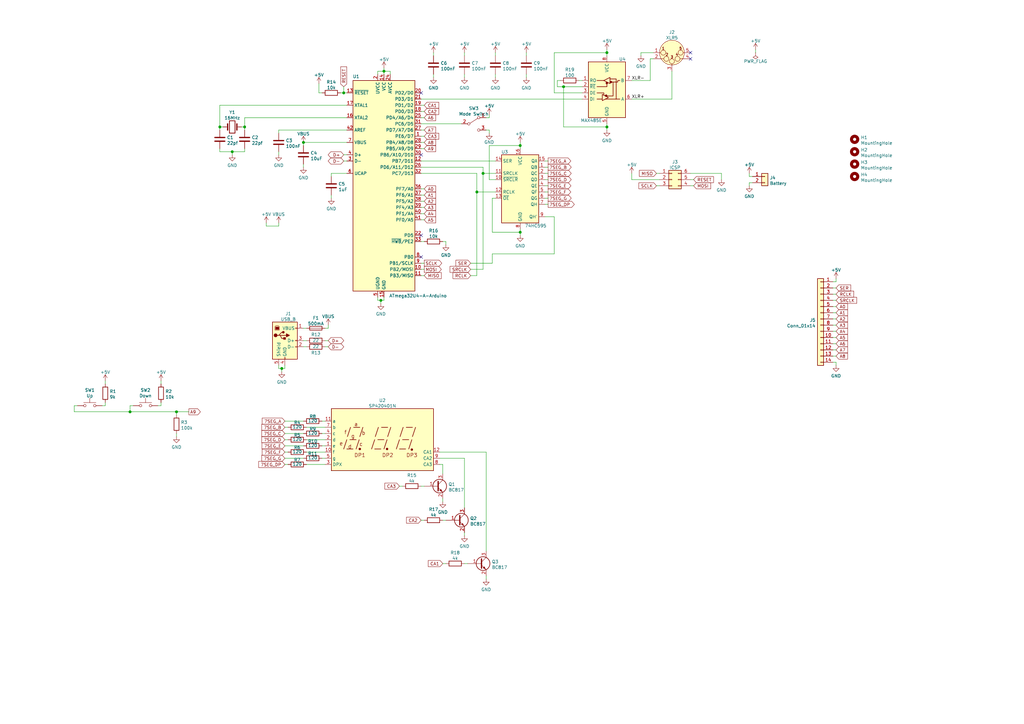
<source format=kicad_sch>
(kicad_sch (version 20210406) (generator eeschema)
  (paper "A3")
  (title_block (title "8 Channel DMX Controller Board 2") (rev "C") (comment 1 "Open source at GitHub: https://github.com/Gabriel-06/dmx-controller/") (comment 2 "Copyright 2021 Gabriel Csizmadia"))
  (junction (at 53.34 168.91) (diameter 1.016))
  (junction (at 72.39 168.91) (diameter 1.016))
  (junction (at 90.17 52.07) (diameter 1.016))
  (junction (at 95.25 62.23) (diameter 1.016))
  (junction (at 100.33 52.07) (diameter 1.016))
  (junction (at 115.57 151.13) (diameter 1.016))
  (junction (at 124.46 58.42) (diameter 1.016))
  (junction (at 140.97 38.1) (diameter 1.016))
  (junction (at 156.21 123.19) (diameter 1.016))
  (junction (at 157.48 29.21) (diameter 1.016))
  (junction (at 195.58 78.74) (diameter 1.016))
  (junction (at 198.12 71.12) (diameter 1.016))
  (junction (at 213.36 59.69) (diameter 1.016))
  (junction (at 213.36 95.25) (diameter 1.016))
  (junction (at 231.14 35.56) (diameter 1.016))
  (junction (at 248.92 21.59) (diameter 1.016))
  (junction (at 248.92 52.07) (diameter 1.016))
  (no_connect (at 172.72 38.1))
  (no_connect (at 172.72 63.5))
  (no_connect (at 172.72 96.52))
  (no_connect (at 172.72 105.41))
  (no_connect (at 283.21 21.59))
  (no_connect (at 283.21 24.13))
  (wire (pts (xy 30.48 166.37) (xy 30.48 168.91)))
  (wire (pts (xy 30.48 166.37) (xy 31.75 166.37)))
  (wire (pts (xy 30.48 168.91) (xy 53.34 168.91)))
  (wire (pts (xy 43.18 156.21) (xy 43.18 157.48)))
  (wire (pts (xy 43.18 165.1) (xy 43.18 166.37)))
  (wire (pts (xy 43.18 166.37) (xy 41.91 166.37)))
  (wire (pts (xy 53.34 166.37) (xy 53.34 168.91)))
  (wire (pts (xy 53.34 166.37) (xy 54.61 166.37)))
  (wire (pts (xy 53.34 168.91) (xy 72.39 168.91)))
  (wire (pts (xy 64.77 166.37) (xy 66.04 166.37)))
  (wire (pts (xy 66.04 156.21) (xy 66.04 157.48)))
  (wire (pts (xy 66.04 166.37) (xy 66.04 165.1)))
  (wire (pts (xy 72.39 168.91) (xy 72.39 170.18)))
  (wire (pts (xy 72.39 168.91) (xy 77.47 168.91)))
  (wire (pts (xy 72.39 177.8) (xy 72.39 179.07)))
  (wire (pts (xy 90.17 43.18) (xy 90.17 52.07)))
  (wire (pts (xy 90.17 43.18) (xy 142.24 43.18)))
  (wire (pts (xy 90.17 52.07) (xy 90.17 53.34)))
  (wire (pts (xy 90.17 60.96) (xy 90.17 62.23)))
  (wire (pts (xy 91.44 52.07) (xy 90.17 52.07)))
  (wire (pts (xy 95.25 62.23) (xy 90.17 62.23)))
  (wire (pts (xy 95.25 62.23) (xy 95.25 63.5)))
  (wire (pts (xy 99.06 52.07) (xy 100.33 52.07)))
  (wire (pts (xy 100.33 48.26) (xy 100.33 52.07)))
  (wire (pts (xy 100.33 48.26) (xy 142.24 48.26)))
  (wire (pts (xy 100.33 53.34) (xy 100.33 52.07)))
  (wire (pts (xy 100.33 60.96) (xy 100.33 62.23)))
  (wire (pts (xy 100.33 62.23) (xy 95.25 62.23)))
  (wire (pts (xy 109.22 91.44) (xy 109.22 92.71)))
  (wire (pts (xy 109.22 92.71) (xy 114.3 92.71)))
  (wire (pts (xy 114.3 53.34) (xy 142.24 53.34)))
  (wire (pts (xy 114.3 54.61) (xy 114.3 53.34)))
  (wire (pts (xy 114.3 62.23) (xy 114.3 63.5)))
  (wire (pts (xy 114.3 92.71) (xy 114.3 91.44)))
  (wire (pts (xy 114.3 149.86) (xy 114.3 151.13)))
  (wire (pts (xy 115.57 151.13) (xy 114.3 151.13)))
  (wire (pts (xy 115.57 151.13) (xy 115.57 152.4)))
  (wire (pts (xy 116.84 149.86) (xy 116.84 151.13)))
  (wire (pts (xy 116.84 151.13) (xy 115.57 151.13)))
  (wire (pts (xy 116.84 172.72) (xy 124.46 172.72)))
  (wire (pts (xy 116.84 175.26) (xy 118.11 175.26)))
  (wire (pts (xy 116.84 177.8) (xy 124.46 177.8)))
  (wire (pts (xy 116.84 180.34) (xy 118.11 180.34)))
  (wire (pts (xy 116.84 182.88) (xy 124.46 182.88)))
  (wire (pts (xy 116.84 185.42) (xy 118.11 185.42)))
  (wire (pts (xy 116.84 187.96) (xy 124.46 187.96)))
  (wire (pts (xy 116.84 190.5) (xy 118.11 190.5)))
  (wire (pts (xy 124.46 58.42) (xy 124.46 59.69)))
  (wire (pts (xy 124.46 67.31) (xy 124.46 68.58)))
  (wire (pts (xy 124.46 134.62) (xy 125.73 134.62)))
  (wire (pts (xy 124.46 139.7) (xy 125.73 139.7)))
  (wire (pts (xy 124.46 142.24) (xy 125.73 142.24)))
  (wire (pts (xy 125.73 175.26) (xy 133.35 175.26)))
  (wire (pts (xy 125.73 180.34) (xy 133.35 180.34)))
  (wire (pts (xy 125.73 185.42) (xy 133.35 185.42)))
  (wire (pts (xy 125.73 190.5) (xy 133.35 190.5)))
  (wire (pts (xy 130.81 38.1) (xy 130.81 34.29)))
  (wire (pts (xy 132.08 38.1) (xy 130.81 38.1)))
  (wire (pts (xy 132.08 172.72) (xy 133.35 172.72)))
  (wire (pts (xy 132.08 177.8) (xy 133.35 177.8)))
  (wire (pts (xy 132.08 182.88) (xy 133.35 182.88)))
  (wire (pts (xy 132.08 187.96) (xy 133.35 187.96)))
  (wire (pts (xy 133.35 134.62) (xy 134.62 134.62)))
  (wire (pts (xy 133.35 139.7) (xy 134.62 139.7)))
  (wire (pts (xy 133.35 142.24) (xy 134.62 142.24)))
  (wire (pts (xy 134.62 133.35) (xy 134.62 134.62)))
  (wire (pts (xy 135.89 71.12) (xy 142.24 71.12)))
  (wire (pts (xy 135.89 72.39) (xy 135.89 71.12)))
  (wire (pts (xy 135.89 80.01) (xy 135.89 81.28)))
  (wire (pts (xy 139.7 38.1) (xy 140.97 38.1)))
  (wire (pts (xy 140.97 35.56) (xy 140.97 38.1)))
  (wire (pts (xy 140.97 38.1) (xy 142.24 38.1)))
  (wire (pts (xy 140.97 63.5) (xy 142.24 63.5)))
  (wire (pts (xy 140.97 66.04) (xy 142.24 66.04)))
  (wire (pts (xy 142.24 58.42) (xy 124.46 58.42)))
  (wire (pts (xy 154.94 29.21) (xy 157.48 29.21)))
  (wire (pts (xy 154.94 30.48) (xy 154.94 29.21)))
  (wire (pts (xy 154.94 121.92) (xy 154.94 123.19)))
  (wire (pts (xy 154.94 123.19) (xy 156.21 123.19)))
  (wire (pts (xy 156.21 123.19) (xy 156.21 124.46)))
  (wire (pts (xy 156.21 123.19) (xy 157.48 123.19)))
  (wire (pts (xy 157.48 27.94) (xy 157.48 29.21)))
  (wire (pts (xy 157.48 29.21) (xy 157.48 30.48)))
  (wire (pts (xy 157.48 121.92) (xy 157.48 123.19)))
  (wire (pts (xy 160.02 29.21) (xy 157.48 29.21)))
  (wire (pts (xy 160.02 30.48) (xy 160.02 29.21)))
  (wire (pts (xy 163.83 199.39) (xy 165.1 199.39)))
  (wire (pts (xy 172.72 40.64) (xy 238.76 40.64)))
  (wire (pts (xy 172.72 43.18) (xy 173.99 43.18)))
  (wire (pts (xy 172.72 45.72) (xy 173.99 45.72)))
  (wire (pts (xy 172.72 48.26) (xy 173.99 48.26)))
  (wire (pts (xy 172.72 50.8) (xy 189.23 50.8)))
  (wire (pts (xy 172.72 53.34) (xy 173.99 53.34)))
  (wire (pts (xy 172.72 55.88) (xy 173.99 55.88)))
  (wire (pts (xy 172.72 58.42) (xy 173.99 58.42)))
  (wire (pts (xy 172.72 60.96) (xy 173.99 60.96)))
  (wire (pts (xy 172.72 66.04) (xy 203.2 66.04)))
  (wire (pts (xy 172.72 68.58) (xy 198.12 68.58)))
  (wire (pts (xy 172.72 71.12) (xy 195.58 71.12)))
  (wire (pts (xy 172.72 77.47) (xy 173.99 77.47)))
  (wire (pts (xy 172.72 80.01) (xy 173.99 80.01)))
  (wire (pts (xy 172.72 82.55) (xy 173.99 82.55)))
  (wire (pts (xy 172.72 85.09) (xy 173.99 85.09)))
  (wire (pts (xy 172.72 87.63) (xy 173.99 87.63)))
  (wire (pts (xy 172.72 90.17) (xy 173.99 90.17)))
  (wire (pts (xy 172.72 99.06) (xy 173.99 99.06)))
  (wire (pts (xy 172.72 107.95) (xy 173.99 107.95)))
  (wire (pts (xy 172.72 110.49) (xy 173.99 110.49)))
  (wire (pts (xy 172.72 113.03) (xy 173.99 113.03)))
  (wire (pts (xy 172.72 199.39) (xy 173.99 199.39)))
  (wire (pts (xy 172.72 213.36) (xy 173.99 213.36)))
  (wire (pts (xy 177.8 21.59) (xy 177.8 22.86)))
  (wire (pts (xy 177.8 30.48) (xy 177.8 31.75)))
  (wire (pts (xy 180.34 185.42) (xy 199.39 185.42)))
  (wire (pts (xy 181.61 190.5) (xy 180.34 190.5)))
  (wire (pts (xy 181.61 194.31) (xy 181.61 190.5)))
  (wire (pts (xy 181.61 204.47) (xy 181.61 205.74)))
  (wire (pts (xy 181.61 213.36) (xy 182.88 213.36)))
  (wire (pts (xy 181.61 231.14) (xy 182.88 231.14)))
  (wire (pts (xy 182.88 99.06) (xy 181.61 99.06)))
  (wire (pts (xy 182.88 100.33) (xy 182.88 99.06)))
  (wire (pts (xy 190.5 21.59) (xy 190.5 22.86)))
  (wire (pts (xy 190.5 30.48) (xy 190.5 31.75)))
  (wire (pts (xy 190.5 187.96) (xy 180.34 187.96)))
  (wire (pts (xy 190.5 187.96) (xy 190.5 208.28)))
  (wire (pts (xy 190.5 218.44) (xy 190.5 219.71)))
  (wire (pts (xy 190.5 231.14) (xy 191.77 231.14)))
  (wire (pts (xy 193.04 107.95) (xy 201.93 107.95)))
  (wire (pts (xy 193.04 110.49) (xy 198.12 110.49)))
  (wire (pts (xy 193.04 113.03) (xy 195.58 113.03)))
  (wire (pts (xy 195.58 71.12) (xy 195.58 78.74)))
  (wire (pts (xy 195.58 78.74) (xy 203.2 78.74)))
  (wire (pts (xy 195.58 113.03) (xy 195.58 78.74)))
  (wire (pts (xy 198.12 68.58) (xy 198.12 71.12)))
  (wire (pts (xy 198.12 71.12) (xy 203.2 71.12)))
  (wire (pts (xy 198.12 110.49) (xy 198.12 71.12)))
  (wire (pts (xy 199.39 48.26) (xy 200.66 48.26)))
  (wire (pts (xy 199.39 53.34) (xy 200.66 53.34)))
  (wire (pts (xy 199.39 185.42) (xy 199.39 226.06)))
  (wire (pts (xy 199.39 236.22) (xy 199.39 237.49)))
  (wire (pts (xy 200.66 46.99) (xy 200.66 48.26)))
  (wire (pts (xy 200.66 53.34) (xy 200.66 54.61)))
  (wire (pts (xy 200.66 59.69) (xy 213.36 59.69)))
  (wire (pts (xy 200.66 73.66) (xy 200.66 59.69)))
  (wire (pts (xy 200.66 73.66) (xy 203.2 73.66)))
  (wire (pts (xy 201.93 81.28) (xy 201.93 95.25)))
  (wire (pts (xy 201.93 95.25) (xy 213.36 95.25)))
  (wire (pts (xy 201.93 104.14) (xy 201.93 107.95)))
  (wire (pts (xy 203.2 21.59) (xy 203.2 22.86)))
  (wire (pts (xy 203.2 30.48) (xy 203.2 31.75)))
  (wire (pts (xy 203.2 81.28) (xy 201.93 81.28)))
  (wire (pts (xy 213.36 58.42) (xy 213.36 59.69)))
  (wire (pts (xy 213.36 59.69) (xy 213.36 60.96)))
  (wire (pts (xy 213.36 93.98) (xy 213.36 95.25)))
  (wire (pts (xy 213.36 95.25) (xy 213.36 96.52)))
  (wire (pts (xy 215.9 21.59) (xy 215.9 22.86)))
  (wire (pts (xy 215.9 30.48) (xy 215.9 31.75)))
  (wire (pts (xy 223.52 66.04) (xy 224.79 66.04)))
  (wire (pts (xy 223.52 68.58) (xy 224.79 68.58)))
  (wire (pts (xy 223.52 71.12) (xy 224.79 71.12)))
  (wire (pts (xy 223.52 73.66) (xy 224.79 73.66)))
  (wire (pts (xy 223.52 76.2) (xy 224.79 76.2)))
  (wire (pts (xy 223.52 78.74) (xy 224.79 78.74)))
  (wire (pts (xy 223.52 81.28) (xy 224.79 81.28)))
  (wire (pts (xy 223.52 83.82) (xy 224.79 83.82)))
  (wire (pts (xy 223.52 88.9) (xy 227.33 88.9)))
  (wire (pts (xy 227.33 38.1) (xy 227.33 21.59)))
  (wire (pts (xy 227.33 88.9) (xy 227.33 104.14)))
  (wire (pts (xy 227.33 104.14) (xy 201.93 104.14)))
  (wire (pts (xy 228.6 33.02) (xy 228.6 35.56)))
  (wire (pts (xy 229.87 33.02) (xy 228.6 33.02)))
  (wire (pts (xy 231.14 35.56) (xy 228.6 35.56)))
  (wire (pts (xy 231.14 35.56) (xy 231.14 52.07)))
  (wire (pts (xy 231.14 52.07) (xy 248.92 52.07)))
  (wire (pts (xy 238.76 33.02) (xy 237.49 33.02)))
  (wire (pts (xy 238.76 35.56) (xy 231.14 35.56)))
  (wire (pts (xy 238.76 38.1) (xy 227.33 38.1)))
  (wire (pts (xy 248.92 20.32) (xy 248.92 21.59)))
  (wire (pts (xy 248.92 21.59) (xy 227.33 21.59)))
  (wire (pts (xy 248.92 21.59) (xy 248.92 22.86)))
  (wire (pts (xy 248.92 50.8) (xy 248.92 52.07)))
  (wire (pts (xy 248.92 52.07) (xy 248.92 53.34)))
  (wire (pts (xy 259.08 73.66) (xy 259.08 71.12)))
  (wire (pts (xy 259.08 73.66) (xy 270.51 73.66)))
  (wire (pts (xy 262.89 21.59) (xy 262.89 22.86)))
  (wire (pts (xy 266.7 24.13) (xy 266.7 33.02)))
  (wire (pts (xy 266.7 24.13) (xy 267.97 24.13)))
  (wire (pts (xy 266.7 33.02) (xy 259.08 33.02)))
  (wire (pts (xy 267.97 21.59) (xy 262.89 21.59)))
  (wire (pts (xy 269.24 71.12) (xy 270.51 71.12)))
  (wire (pts (xy 269.24 76.2) (xy 270.51 76.2)))
  (wire (pts (xy 275.59 29.21) (xy 275.59 40.64)))
  (wire (pts (xy 275.59 40.64) (xy 259.08 40.64)))
  (wire (pts (xy 283.21 71.12) (xy 295.91 71.12)))
  (wire (pts (xy 283.21 73.66) (xy 284.48 73.66)))
  (wire (pts (xy 284.48 76.2) (xy 283.21 76.2)))
  (wire (pts (xy 295.91 73.66) (xy 295.91 71.12)))
  (wire (pts (xy 307.34 72.39) (xy 307.34 71.12)))
  (wire (pts (xy 307.34 74.93) (xy 308.61 74.93)))
  (wire (pts (xy 307.34 76.2) (xy 307.34 74.93)))
  (wire (pts (xy 308.61 72.39) (xy 307.34 72.39)))
  (wire (pts (xy 309.88 20.32) (xy 309.88 21.59)))
  (wire (pts (xy 341.63 125.73) (xy 342.9 125.73)))
  (wire (pts (xy 341.63 128.27) (xy 342.9 128.27)))
  (wire (pts (xy 341.63 130.81) (xy 342.9 130.81)))
  (wire (pts (xy 341.63 133.35) (xy 342.9 133.35)))
  (wire (pts (xy 341.63 135.89) (xy 342.9 135.89)))
  (wire (pts (xy 341.63 138.43) (xy 342.9 138.43)))
  (wire (pts (xy 342.9 114.3) (xy 342.9 115.57)))
  (wire (pts (xy 342.9 115.57) (xy 341.63 115.57)))
  (wire (pts (xy 342.9 118.11) (xy 341.63 118.11)))
  (wire (pts (xy 342.9 120.65) (xy 341.63 120.65)))
  (wire (pts (xy 342.9 123.19) (xy 341.63 123.19)))
  (wire (pts (xy 342.9 140.97) (xy 341.63 140.97)))
  (wire (pts (xy 342.9 143.51) (xy 341.63 143.51)))
  (wire (pts (xy 342.9 146.05) (xy 341.63 146.05)))
  (wire (pts (xy 342.9 148.59) (xy 341.63 148.59)))
  (wire (pts (xy 342.9 149.86) (xy 342.9 148.59)))
  (label "XLR-" (at 259.08 33.02 0))
  (label "XLR+" (at 259.08 40.64 0))
  (global_label "A9" (shape output) (at 77.47 168.91 0) (property "Intersheet References" "${INTERSHEET_REFS}" (effects hide)))
  (global_label "7SEG_A" (shape input) (at 116.84 172.72 180) (property "Intersheet References" "${INTERSHEET_REFS}" (effects hide)))
  (global_label "7SEG_B" (shape input) (at 116.84 175.26 180) (property "Intersheet References" "${INTERSHEET_REFS}" (effects hide)))
  (global_label "7SEG_C" (shape input) (at 116.84 177.8 180) (property "Intersheet References" "${INTERSHEET_REFS}" (effects hide)))
  (global_label "7SEG_D" (shape input) (at 116.84 180.34 180) (property "Intersheet References" "${INTERSHEET_REFS}" (effects hide)))
  (global_label "7SEG_E" (shape input) (at 116.84 182.88 180) (property "Intersheet References" "${INTERSHEET_REFS}" (effects hide)))
  (global_label "7SEG_F" (shape input) (at 116.84 185.42 180) (property "Intersheet References" "${INTERSHEET_REFS}" (effects hide)))
  (global_label "7SEG_G" (shape input) (at 116.84 187.96 180) (property "Intersheet References" "${INTERSHEET_REFS}" (effects hide)))
  (global_label "7SEG_DP" (shape input) (at 116.84 190.5 180) (property "Intersheet References" "${INTERSHEET_REFS}" (effects hide)))
  (global_label "D+" (shape bidirectional) (at 134.62 139.7 0) (property "Intersheet References" "${INTERSHEET_REFS}" (effects hide)))
  (global_label "D-" (shape bidirectional) (at 134.62 142.24 0) (property "Intersheet References" "${INTERSHEET_REFS}" (effects hide)))
  (global_label "RESET" (shape input) (at 140.97 35.56 90) (property "Intersheet References" "${INTERSHEET_REFS}" (effects hide)))
  (global_label "D+" (shape bidirectional) (at 140.97 63.5 180) (property "Intersheet References" "${INTERSHEET_REFS}" (effects hide)))
  (global_label "D-" (shape bidirectional) (at 140.97 66.04 180) (property "Intersheet References" "${INTERSHEET_REFS}" (effects hide)))
  (global_label "CA3" (shape input) (at 163.83 199.39 180) (property "Intersheet References" "${INTERSHEET_REFS}" (effects hide)))
  (global_label "CA2" (shape input) (at 172.72 213.36 180) (property "Intersheet References" "${INTERSHEET_REFS}" (effects hide)))
  (global_label "CA1" (shape input) (at 173.99 43.18 0) (property "Intersheet References" "${INTERSHEET_REFS}" (effects hide)))
  (global_label "CA2" (shape input) (at 173.99 45.72 0) (property "Intersheet References" "${INTERSHEET_REFS}" (effects hide)))
  (global_label "A6" (shape input) (at 173.99 48.26 0) (property "Intersheet References" "${INTERSHEET_REFS}" (effects hide)))
  (global_label "A7" (shape input) (at 173.99 53.34 0) (property "Intersheet References" "${INTERSHEET_REFS}" (effects hide)))
  (global_label "CA3" (shape input) (at 173.99 55.88 0) (property "Intersheet References" "${INTERSHEET_REFS}" (effects hide)))
  (global_label "A8" (shape input) (at 173.99 58.42 0) (property "Intersheet References" "${INTERSHEET_REFS}" (effects hide)))
  (global_label "A9" (shape input) (at 173.99 60.96 0) (property "Intersheet References" "${INTERSHEET_REFS}" (effects hide)))
  (global_label "A0" (shape input) (at 173.99 77.47 0) (property "Intersheet References" "${INTERSHEET_REFS}" (effects hide)))
  (global_label "A1" (shape input) (at 173.99 80.01 0) (property "Intersheet References" "${INTERSHEET_REFS}" (effects hide)))
  (global_label "A2" (shape input) (at 173.99 82.55 0) (property "Intersheet References" "${INTERSHEET_REFS}" (effects hide)))
  (global_label "A3" (shape input) (at 173.99 85.09 0) (property "Intersheet References" "${INTERSHEET_REFS}" (effects hide)))
  (global_label "A4" (shape input) (at 173.99 87.63 0) (property "Intersheet References" "${INTERSHEET_REFS}" (effects hide)))
  (global_label "A5" (shape input) (at 173.99 90.17 0) (property "Intersheet References" "${INTERSHEET_REFS}" (effects hide)))
  (global_label "SCLK" (shape output) (at 173.99 107.95 0) (property "Intersheet References" "${INTERSHEET_REFS}" (effects hide)))
  (global_label "MOSI" (shape output) (at 173.99 110.49 0) (property "Intersheet References" "${INTERSHEET_REFS}" (effects hide)))
  (global_label "MISO" (shape input) (at 173.99 113.03 0) (property "Intersheet References" "${INTERSHEET_REFS}" (effects hide)))
  (global_label "CA1" (shape input) (at 181.61 231.14 180) (property "Intersheet References" "${INTERSHEET_REFS}" (effects hide)))
  (global_label "SER" (shape input) (at 193.04 107.95 180) (property "Intersheet References" "${INTERSHEET_REFS}" (effects hide)))
  (global_label "SRCLK" (shape input) (at 193.04 110.49 180) (property "Intersheet References" "${INTERSHEET_REFS}" (effects hide)))
  (global_label "RCLK" (shape input) (at 193.04 113.03 180) (property "Intersheet References" "${INTERSHEET_REFS}" (effects hide)))
  (global_label "7SEG_A" (shape output) (at 224.79 66.04 0) (property "Intersheet References" "${INTERSHEET_REFS}" (effects hide)))
  (global_label "7SEG_B" (shape output) (at 224.79 68.58 0) (property "Intersheet References" "${INTERSHEET_REFS}" (effects hide)))
  (global_label "7SEG_C" (shape output) (at 224.79 71.12 0) (property "Intersheet References" "${INTERSHEET_REFS}" (effects hide)))
  (global_label "7SEG_D" (shape output) (at 224.79 73.66 0) (property "Intersheet References" "${INTERSHEET_REFS}" (effects hide)))
  (global_label "7SEG_E" (shape output) (at 224.79 76.2 0) (property "Intersheet References" "${INTERSHEET_REFS}" (effects hide)))
  (global_label "7SEG_F" (shape output) (at 224.79 78.74 0) (property "Intersheet References" "${INTERSHEET_REFS}" (effects hide)))
  (global_label "7SEG_G" (shape output) (at 224.79 81.28 0) (property "Intersheet References" "${INTERSHEET_REFS}" (effects hide)))
  (global_label "7SEG_DP" (shape output) (at 224.79 83.82 0) (property "Intersheet References" "${INTERSHEET_REFS}" (effects hide)))
  (global_label "MISO" (shape input) (at 269.24 71.12 180) (property "Intersheet References" "${INTERSHEET_REFS}" (effects hide)))
  (global_label "SCLK" (shape input) (at 269.24 76.2 180) (property "Intersheet References" "${INTERSHEET_REFS}" (effects hide)))
  (global_label "RESET" (shape input) (at 284.48 73.66 0) (property "Intersheet References" "${INTERSHEET_REFS}" (effects hide)))
  (global_label "MOSI" (shape input) (at 284.48 76.2 0) (property "Intersheet References" "${INTERSHEET_REFS}" (effects hide)))
  (global_label "SER" (shape input) (at 342.9 118.11 0) (property "Intersheet References" "${INTERSHEET_REFS}" (effects hide)))
  (global_label "RCLK" (shape input) (at 342.9 120.65 0) (property "Intersheet References" "${INTERSHEET_REFS}" (effects hide)))
  (global_label "SRCLK" (shape input) (at 342.9 123.19 0) (property "Intersheet References" "${INTERSHEET_REFS}" (effects hide)))
  (global_label "A0" (shape input) (at 342.9 125.73 0) (property "Intersheet References" "${INTERSHEET_REFS}" (effects hide)))
  (global_label "A1" (shape input) (at 342.9 128.27 0) (property "Intersheet References" "${INTERSHEET_REFS}" (effects hide)))
  (global_label "A2" (shape input) (at 342.9 130.81 0) (property "Intersheet References" "${INTERSHEET_REFS}" (effects hide)))
  (global_label "A3" (shape input) (at 342.9 133.35 0) (property "Intersheet References" "${INTERSHEET_REFS}" (effects hide)))
  (global_label "A4" (shape input) (at 342.9 135.89 0) (property "Intersheet References" "${INTERSHEET_REFS}" (effects hide)))
  (global_label "A5" (shape input) (at 342.9 138.43 0) (property "Intersheet References" "${INTERSHEET_REFS}" (effects hide)))
  (global_label "A6" (shape input) (at 342.9 140.97 0) (property "Intersheet References" "${INTERSHEET_REFS}" (effects hide)))
  (global_label "A7" (shape input) (at 342.9 143.51 0) (property "Intersheet References" "${INTERSHEET_REFS}" (effects hide)))
  (global_label "A8" (shape input) (at 342.9 146.05 0) (property "Intersheet References" "${INTERSHEET_REFS}" (effects hide)))
  (symbol (lib_id "power:+5V") (at 43.18 156.21 0) (unit 1)
    (property "Reference" "#PWR01" (effects hide))
    (property "Value" "+5V" (at 43.18 152.6626 0))
  )
  (symbol (lib_id "power:+5V") (at 66.04 156.21 0) (unit 1)
    (property "Reference" "#PWR02" (effects hide))
    (property "Value" "+5V" (at 66.04 152.6626 0))
  )
  (symbol (lib_id "power:+5V") (at 109.22 91.44 0) (unit 1)
    (property "Reference" "#PWR0101" (effects hide))
    (property "Value" "+5V" (at 109.22 87.8926 0))
  )
  (symbol (lib_id "power:VBUS") (at 114.3 91.44 0) (unit 1)
    (property "Reference" "#PWR0102" (effects hide))
    (property "Value" "VBUS" (at 114.3 87.8926 0))
  )
  (symbol (lib_id "power:VBUS") (at 124.46 58.42 0) (unit 1)
    (property "Reference" "#PWR07" (effects hide))
    (property "Value" "VBUS" (at 124.46 54.8726 0))
  )
  (symbol (lib_id "power:+5V") (at 130.81 34.29 0) (unit 1)
    (property "Reference" "#PWR09" (effects hide))
    (property "Value" "+5V" (at 130.81 30.7426 0))
  )
  (symbol (lib_id "power:VBUS") (at 134.62 133.35 0) (unit 1)
    (property "Reference" "#PWR010" (effects hide))
    (property "Value" "VBUS" (at 134.62 129.8026 0))
  )
  (symbol (lib_id "power:+5V") (at 157.48 27.94 0) (unit 1)
    (property "Reference" "#PWR013" (effects hide))
    (property "Value" "+5V" (at 157.48 24.3926 0))
  )
  (symbol (lib_id "power:+5V") (at 177.8 21.59 0) (unit 1)
    (property "Reference" "#PWR014" (effects hide))
    (property "Value" "+5V" (at 177.8 18.0426 0))
  )
  (symbol (lib_id "power:+5V") (at 190.5 21.59 0) (unit 1)
    (property "Reference" "#PWR018" (effects hide))
    (property "Value" "+5V" (at 190.5 18.0426 0))
  )
  (symbol (lib_id "power:+5V") (at 200.66 46.99 0) (unit 1)
    (property "Reference" "#PWR022" (effects hide))
    (property "Value" "+5V" (at 200.66 43.4426 0))
  )
  (symbol (lib_id "power:+5V") (at 203.2 21.59 0) (unit 1)
    (property "Reference" "#PWR024" (effects hide))
    (property "Value" "+5V" (at 203.2 18.0426 0))
  )
  (symbol (lib_id "power:+5V") (at 213.36 58.42 0) (unit 1)
    (property "Reference" "#PWR026" (effects hide))
    (property "Value" "+5V" (at 213.36 54.8726 0))
  )
  (symbol (lib_id "power:+5V") (at 215.9 21.59 0) (unit 1)
    (property "Reference" "#PWR028" (effects hide))
    (property "Value" "+5V" (at 215.9 18.0426 0))
  )
  (symbol (lib_id "power:+5V") (at 248.92 20.32 0) (mirror y) (unit 1)
    (property "Reference" "#PWR030" (effects hide))
    (property "Value" "+5V" (at 248.92 16.7726 0))
  )
  (symbol (lib_id "power:+5V") (at 259.08 71.12 0) (unit 1)
    (property "Reference" "#PWR032" (effects hide))
    (property "Value" "+5V" (at 259.08 67.5726 0))
  )
  (symbol (lib_id "power:+5V") (at 307.34 71.12 0) (unit 1)
    (property "Reference" "#PWR035" (effects hide))
    (property "Value" "+5V" (at 307.34 67.5726 0))
  )
  (symbol (lib_id "power:+5V") (at 309.88 20.32 0) (unit 1)
    (property "Reference" "#PWR037" (effects hide))
    (property "Value" "+5V" (at 309.88 16.7726 0))
  )
  (symbol (lib_id "power:+5V") (at 342.9 114.3 0) (mirror y) (unit 1)
    (property "Reference" "#PWR038" (effects hide))
    (property "Value" "+5V" (at 342.9 110.7526 0))
  )
  (symbol (lib_id "power:PWR_FLAG") (at 309.88 21.59 180) (unit 1)
    (property "Reference" "#FLG01" (effects hide))
    (property "Value" "PWR_FLAG" (at 309.88 25.1374 0))
  )
  (symbol (lib_id "power:GND") (at 72.39 179.07 0) (unit 1)
    (property "Reference" "#PWR03" (effects hide))
    (property "Value" "GND" (at 72.39 183.3944 0))
  )
  (symbol (lib_id "power:GND") (at 95.25 63.5 0) (unit 1)
    (property "Reference" "#PWR04" (effects hide))
    (property "Value" "GND" (at 95.25 67.8244 0))
  )
  (symbol (lib_id "power:GND") (at 114.3 63.5 0) (unit 1)
    (property "Reference" "#PWR05" (effects hide))
    (property "Value" "GND" (at 114.3 67.8244 0))
  )
  (symbol (lib_id "power:GND") (at 115.57 152.4 0) (unit 1)
    (property "Reference" "#PWR06" (effects hide))
    (property "Value" "GND" (at 115.57 156.7244 0))
  )
  (symbol (lib_id "power:GND") (at 124.46 68.58 0) (unit 1)
    (property "Reference" "#PWR08" (effects hide))
    (property "Value" "GND" (at 124.46 72.9044 0))
  )
  (symbol (lib_id "power:GND") (at 135.89 81.28 0) (unit 1)
    (property "Reference" "#PWR011" (effects hide))
    (property "Value" "GND" (at 135.89 85.6044 0))
  )
  (symbol (lib_id "power:GND") (at 156.21 124.46 0) (unit 1)
    (property "Reference" "#PWR012" (effects hide))
    (property "Value" "GND" (at 156.21 128.7844 0))
  )
  (symbol (lib_id "power:GND") (at 177.8 31.75 0) (unit 1)
    (property "Reference" "#PWR015" (effects hide))
    (property "Value" "GND" (at 177.8 36.0744 0))
  )
  (symbol (lib_id "power:GND") (at 181.61 205.74 0) (unit 1)
    (property "Reference" "#PWR016" (effects hide))
    (property "Value" "GND" (at 181.61 210.0644 0))
  )
  (symbol (lib_id "power:GND") (at 182.88 100.33 0) (unit 1)
    (property "Reference" "#PWR017" (effects hide))
    (property "Value" "GND" (at 182.88 104.6544 0))
  )
  (symbol (lib_id "power:GND") (at 190.5 31.75 0) (unit 1)
    (property "Reference" "#PWR019" (effects hide))
    (property "Value" "GND" (at 190.5 36.0744 0))
  )
  (symbol (lib_id "power:GND") (at 190.5 219.71 0) (unit 1)
    (property "Reference" "#PWR020" (effects hide))
    (property "Value" "GND" (at 190.5 224.0344 0))
  )
  (symbol (lib_id "power:GND") (at 199.39 237.49 0) (unit 1)
    (property "Reference" "#PWR021" (effects hide))
    (property "Value" "GND" (at 199.39 241.8144 0))
  )
  (symbol (lib_id "power:GND") (at 200.66 54.61 0) (unit 1)
    (property "Reference" "#PWR023" (effects hide))
    (property "Value" "GND" (at 200.6176 58.3125 0))
  )
  (symbol (lib_id "power:GND") (at 203.2 31.75 0) (unit 1)
    (property "Reference" "#PWR025" (effects hide))
    (property "Value" "GND" (at 203.2 36.0744 0))
  )
  (symbol (lib_id "power:GND") (at 213.36 96.52 0) (unit 1)
    (property "Reference" "#PWR027" (effects hide))
    (property "Value" "GND" (at 213.36 100.8444 0))
  )
  (symbol (lib_id "power:GND") (at 215.9 31.75 0) (unit 1)
    (property "Reference" "#PWR029" (effects hide))
    (property "Value" "GND" (at 215.9 36.0744 0))
  )
  (symbol (lib_id "power:GND") (at 248.92 53.34 0) (mirror y) (unit 1)
    (property "Reference" "#PWR031" (effects hide))
    (property "Value" "GND" (at 248.92 57.6644 0))
  )
  (symbol (lib_id "power:GND") (at 262.89 22.86 0) (mirror y) (unit 1)
    (property "Reference" "#PWR033" (effects hide))
    (property "Value" "GND" (at 262.89 27.1844 0))
  )
  (symbol (lib_id "power:GND") (at 295.91 73.66 0) (unit 1)
    (property "Reference" "#PWR034" (effects hide))
    (property "Value" "GND" (at 295.91 77.9844 0))
  )
  (symbol (lib_id "power:GND") (at 307.34 76.2 0) (unit 1)
    (property "Reference" "#PWR036" (effects hide))
    (property "Value" "GND" (at 307.34 80.5244 0))
  )
  (symbol (lib_id "power:GND") (at 342.9 149.86 0) (mirror y) (unit 1)
    (property "Reference" "#PWR039" (effects hide))
    (property "Value" "GND" (at 342.9 154.1844 0))
  )
  (symbol (lib_id "Mechanical:MountingHole") (at 350.52 57.15 0) (unit 1)
    (property "Reference" "H1" (at 353.0601 56.3891 0) (effects (justify left)))
    (property "Value" "MountingHole" (at 353.0601 58.6878 0) (effects (justify left)))
    (property "Footprint" "MountingHole:MountingHole_3.2mm_M3" (effects hide))
  )
  (symbol (lib_id "Mechanical:MountingHole") (at 350.52 62.23 0) (unit 1)
    (property "Reference" "H2" (at 353.0601 61.4691 0) (effects (justify left)))
    (property "Value" "MountingHole" (at 353.0601 63.7678 0) (effects (justify left)))
    (property "Footprint" "MountingHole:MountingHole_3.2mm_M3" (effects hide))
  )
  (symbol (lib_id "Mechanical:MountingHole") (at 350.52 67.31 0) (unit 1)
    (property "Reference" "H3" (at 353.0601 66.5491 0) (effects (justify left)))
    (property "Value" "MountingHole" (at 353.0601 68.8478 0) (effects (justify left)))
    (property "Footprint" "MountingHole:MountingHole_3.2mm_M3" (effects hide))
  )
  (symbol (lib_id "Mechanical:MountingHole") (at 350.52 72.39 0) (unit 1)
    (property "Reference" "H4" (at 353.0601 71.6291 0) (effects (justify left)))
    (property "Value" "MountingHole" (at 353.0601 73.9278 0) (effects (justify left)))
    (property "Footprint" "MountingHole:MountingHole_3.2mm_M3" (effects hide))
  )
  (symbol (lib_id "Device:Fuse") (at 129.54 134.62 90) (unit 1)
    (property "Reference" "F1" (at 129.54 130.4248 90))
    (property "Value" "500mA" (at 129.54 132.7235 90))
    (property "Footprint" "Fuse:Fuse_1206_3216Metric_Pad1.42x1.75mm_HandSolder" (effects hide))
  )
  (symbol (lib_id "Device:R") (at 43.18 161.29 0) (unit 1)
    (property "Reference" "R1" (at 44.9581 160.5291 0) (effects (justify left)))
    (property "Value" "9k" (at 44.9581 162.8278 0) (effects (justify left)))
    (property "Footprint" "Resistor_SMD:R_0805_2012Metric_Pad1.20x1.40mm_HandSolder" (effects hide))
  )
  (symbol (lib_id "Device:R") (at 66.04 161.29 0) (unit 1)
    (property "Reference" "R2" (at 67.8181 160.5291 0) (effects (justify left)))
    (property "Value" "10k" (at 67.8181 162.8278 0) (effects (justify left)))
    (property "Footprint" "Resistor_SMD:R_0805_2012Metric_Pad1.20x1.40mm_HandSolder" (effects hide))
  )
  (symbol (lib_id "Device:R") (at 72.39 173.99 0) (unit 1)
    (property "Reference" "R3" (at 74.1681 173.2291 0) (effects (justify left)))
    (property "Value" "100k" (at 74.1681 175.5278 0) (effects (justify left)))
    (property "Footprint" "Resistor_SMD:R_0805_2012Metric_Pad1.20x1.40mm_HandSolder" (effects hide))
  )
  (symbol (lib_id "Device:R") (at 121.92 175.26 90) (unit 1)
    (property "Reference" "R4" (at 121.92 173.3508 90))
    (property "Value" "120" (at 121.92 174.3795 90) (effects (justify bottom)))
    (property "Footprint" "Resistor_SMD:R_0805_2012Metric_Pad1.20x1.40mm_HandSolder" (effects hide))
  )
  (symbol (lib_id "Device:R") (at 121.92 180.34 90) (unit 1)
    (property "Reference" "R5" (at 121.92 178.4308 90))
    (property "Value" "120" (at 121.92 179.4595 90) (effects (justify bottom)))
    (property "Footprint" "Resistor_SMD:R_0805_2012Metric_Pad1.20x1.40mm_HandSolder" (effects hide))
  )
  (symbol (lib_id "Device:R") (at 121.92 185.42 90) (unit 1)
    (property "Reference" "R6" (at 121.92 183.5108 90))
    (property "Value" "120" (at 121.92 184.5395 90) (effects (justify bottom)))
    (property "Footprint" "Resistor_SMD:R_0805_2012Metric_Pad1.20x1.40mm_HandSolder" (effects hide))
  )
  (symbol (lib_id "Device:R") (at 121.92 190.5 90) (unit 1)
    (property "Reference" "R7" (at 121.92 188.5908 90))
    (property "Value" "120" (at 121.92 189.6195 90) (effects (justify bottom)))
    (property "Footprint" "Resistor_SMD:R_0805_2012Metric_Pad1.20x1.40mm_HandSolder" (effects hide))
  )
  (symbol (lib_id "Device:R") (at 128.27 172.72 90) (unit 1)
    (property "Reference" "R8" (at 128.27 170.8108 90))
    (property "Value" "120" (at 128.27 171.8395 90) (effects (justify bottom)))
    (property "Footprint" "Resistor_SMD:R_0805_2012Metric_Pad1.20x1.40mm_HandSolder" (effects hide))
  )
  (symbol (lib_id "Device:R") (at 128.27 177.8 90) (unit 1)
    (property "Reference" "R9" (at 128.27 175.8908 90))
    (property "Value" "120" (at 128.27 176.9195 90) (effects (justify bottom)))
    (property "Footprint" "Resistor_SMD:R_0805_2012Metric_Pad1.20x1.40mm_HandSolder" (effects hide))
  )
  (symbol (lib_id "Device:R") (at 128.27 182.88 90) (unit 1)
    (property "Reference" "R10" (at 128.27 180.9708 90))
    (property "Value" "120" (at 128.27 181.9995 90) (effects (justify bottom)))
    (property "Footprint" "Resistor_SMD:R_0805_2012Metric_Pad1.20x1.40mm_HandSolder" (effects hide))
  )
  (symbol (lib_id "Device:R") (at 128.27 187.96 90) (unit 1)
    (property "Reference" "R11" (at 128.27 186.0508 90))
    (property "Value" "120" (at 128.27 187.0795 90) (effects (justify bottom)))
    (property "Footprint" "Resistor_SMD:R_0805_2012Metric_Pad1.20x1.40mm_HandSolder" (effects hide))
  )
  (symbol (lib_id "Device:R") (at 129.54 139.7 90) (unit 1)
    (property "Reference" "R12" (at 129.54 136.5208 90) (effects (justify bottom)))
    (property "Value" "22" (at 129.54 138.8195 90) (effects (justify bottom)))
    (property "Footprint" "Resistor_SMD:R_0805_2012Metric_Pad1.20x1.40mm_HandSolder" (effects hide))
  )
  (symbol (lib_id "Device:R") (at 129.54 142.24 270) (mirror x) (unit 1)
    (property "Reference" "R13" (at 129.54 145.4108 90) (effects (justify top)))
    (property "Value" "22" (at 129.54 141.3595 90) (effects (justify bottom)))
    (property "Footprint" "Resistor_SMD:R_0805_2012Metric_Pad1.20x1.40mm_HandSolder" (effects hide))
  )
  (symbol (lib_id "Device:R") (at 135.89 38.1 90) (unit 1)
    (property "Reference" "R14" (at 135.89 33.6508 90))
    (property "Value" "10k" (at 135.89 35.9495 90))
    (property "Footprint" "Resistor_SMD:R_0805_2012Metric_Pad1.20x1.40mm_HandSolder" (effects hide))
  )
  (symbol (lib_id "Device:R") (at 168.91 199.39 90) (unit 1)
    (property "Reference" "R15" (at 168.91 194.9408 90))
    (property "Value" "4k" (at 168.91 197.2395 90))
    (property "Footprint" "Resistor_SMD:R_0805_2012Metric_Pad1.20x1.40mm_HandSolder" (effects hide))
  )
  (symbol (lib_id "Device:R") (at 177.8 99.06 90) (unit 1)
    (property "Reference" "R16" (at 177.8 94.6108 90))
    (property "Value" "10k" (at 177.8 96.9095 90))
    (property "Footprint" "Resistor_SMD:R_0805_2012Metric_Pad1.20x1.40mm_HandSolder" (effects hide))
  )
  (symbol (lib_id "Device:R") (at 177.8 213.36 90) (unit 1)
    (property "Reference" "R17" (at 177.8 208.9108 90))
    (property "Value" "4k" (at 177.8 211.2095 90))
    (property "Footprint" "Resistor_SMD:R_0805_2012Metric_Pad1.20x1.40mm_HandSolder" (effects hide))
  )
  (symbol (lib_id "Device:R") (at 186.69 231.14 90) (unit 1)
    (property "Reference" "R18" (at 186.69 226.6908 90))
    (property "Value" "4k" (at 186.69 228.9895 90))
    (property "Footprint" "Resistor_SMD:R_0805_2012Metric_Pad1.20x1.40mm_HandSolder" (effects hide))
  )
  (symbol (lib_id "Device:R") (at 233.68 33.02 270) (mirror x) (unit 1)
    (property "Reference" "R19" (at 233.68 28.5708 90))
    (property "Value" "100" (at 233.68 30.8695 90))
    (property "Footprint" "Resistor_SMD:R_0805_2012Metric_Pad1.20x1.40mm_HandSolder" (effects hide))
  )
  (symbol (lib_id "Connector_Generic:Conn_01x02") (at 313.69 72.39 0) (unit 1)
    (property "Reference" "J4" (at 315.7221 72.8991 0) (effects (justify left)))
    (property "Value" "Battery" (at 315.7221 75.1978 0) (effects (justify left)))
    (property "Footprint" "Connector_PinSocket_2.54mm:PinSocket_1x02_P2.54mm_Vertical" (effects hide))
  )
  (symbol (lib_id "Device:C") (at 90.17 57.15 0) (unit 1)
    (property "Reference" "C1" (at 93.0911 56.3891 0) (effects (justify left)))
    (property "Value" "22pf" (at 93.0911 58.6878 0) (effects (justify left)))
    (property "Footprint" "Capacitor_SMD:C_0805_2012Metric_Pad1.18x1.45mm_HandSolder" (effects hide))
  )
  (symbol (lib_id "Device:C") (at 100.33 57.15 0) (unit 1)
    (property "Reference" "C2" (at 103.2511 56.3891 0) (effects (justify left)))
    (property "Value" "22pf" (at 103.2511 58.6878 0) (effects (justify left)))
    (property "Footprint" "Capacitor_SMD:C_0805_2012Metric_Pad1.18x1.45mm_HandSolder" (effects hide))
  )
  (symbol (lib_id "Device:C") (at 114.3 58.42 0) (unit 1)
    (property "Reference" "C3" (at 117.2211 57.6591 0) (effects (justify left)))
    (property "Value" "100nF" (at 117.2211 59.9578 0) (effects (justify left)))
    (property "Footprint" "Capacitor_SMD:C_0805_2012Metric_Pad1.18x1.45mm_HandSolder" (effects hide))
  )
  (symbol (lib_id "Device:C") (at 124.46 63.5 0) (unit 1)
    (property "Reference" "C4" (at 127.3811 62.7391 0) (effects (justify left)))
    (property "Value" "10uF" (at 127.3811 65.0378 0) (effects (justify left)))
    (property "Footprint" "Capacitor_SMD:C_0805_2012Metric_Pad1.18x1.45mm_HandSolder" (effects hide))
  )
  (symbol (lib_id "Device:C") (at 135.89 76.2 0) (unit 1)
    (property "Reference" "C5" (at 138.8111 75.4391 0) (effects (justify left)))
    (property "Value" "1uF" (at 138.8111 77.7378 0) (effects (justify left)))
    (property "Footprint" "Capacitor_SMD:C_0805_2012Metric_Pad1.18x1.45mm_HandSolder" (effects hide))
  )
  (symbol (lib_id "Device:C") (at 177.8 26.67 0) (unit 1)
    (property "Reference" "C6" (at 180.7211 25.9091 0) (effects (justify left)))
    (property "Value" "100nF" (at 180.7211 28.2078 0) (effects (justify left)))
    (property "Footprint" "Capacitor_SMD:C_0805_2012Metric_Pad1.18x1.45mm_HandSolder" (effects hide))
  )
  (symbol (lib_id "Device:C") (at 190.5 26.67 0) (unit 1)
    (property "Reference" "C7" (at 193.4211 25.9091 0) (effects (justify left)))
    (property "Value" "100nF" (at 193.4211 28.2078 0) (effects (justify left)))
    (property "Footprint" "Capacitor_SMD:C_0805_2012Metric_Pad1.18x1.45mm_HandSolder" (effects hide))
  )
  (symbol (lib_id "Device:C") (at 203.2 26.67 0) (unit 1)
    (property "Reference" "C8" (at 206.1211 25.9091 0) (effects (justify left)))
    (property "Value" "100nF" (at 206.1211 28.2078 0) (effects (justify left)))
    (property "Footprint" "Capacitor_SMD:C_0805_2012Metric_Pad1.18x1.45mm_HandSolder" (effects hide))
  )
  (symbol (lib_id "Device:C") (at 215.9 26.67 0) (unit 1)
    (property "Reference" "C9" (at 218.8211 25.9091 0) (effects (justify left)))
    (property "Value" "100nF" (at 218.8211 28.2078 0) (effects (justify left)))
    (property "Footprint" "Capacitor_SMD:C_0805_2012Metric_Pad1.18x1.45mm_HandSolder" (effects hide))
  )
  (symbol (lib_id "Switch:SW_Push") (at 36.83 166.37 0) (unit 1)
    (property "Reference" "SW1" (at 36.83 160.0158 0))
    (property "Value" "Up" (at 36.83 162.3145 0))
    (property "Footprint" "Button_Switch_THT:SW_PUSH_6mm_H13mm" (effects hide))
  )
  (symbol (lib_id "Switch:SW_Push") (at 59.69 166.37 0) (unit 1)
    (property "Reference" "SW2" (at 59.69 160.0158 0))
    (property "Value" "Down" (at 59.69 162.3145 0))
    (property "Footprint" "Button_Switch_THT:SW_PUSH_6mm_H13mm" (effects hide))
  )
  (symbol (lib_id "Device:Crystal") (at 95.25 52.07 0) (unit 1)
    (property "Reference" "Y1" (at 95.25 46.0714 0))
    (property "Value" "16MHz" (at 95.25 48.3701 0))
    (property "Footprint" "Crystal:Crystal_HC49-4H_Vertical" (effects hide))
  )
  (symbol (lib_id "Switch:SW_SPDT") (at 194.31 50.8 0) (unit 1)
    (property "Reference" "SW3" (at 194.31 44.4458 0))
    (property "Value" "Mode Switch" (at 194.31 46.7445 0))
    (property "Footprint" "Connector_PinHeader_2.54mm:PinHeader_1x03_P2.54mm_Vertical" (effects hide))
  )
  (symbol (lib_id "Transistor_BJT:BC817") (at 179.07 199.39 0) (unit 1)
    (property "Reference" "Q1" (at 183.9215 198.6291 0) (effects (justify left)))
    (property "Value" "BC817" (at 183.9215 200.9278 0) (effects (justify left)))
    (property "Footprint" "Package_TO_SOT_SMD:SOT-23" (effects hide))
    (property "Datasheet" "https://www.onsemi.com/pub/Collateral/BC818-D.pdf" (effects hide))
  )
  (symbol (lib_id "Transistor_BJT:BC817") (at 187.96 213.36 0) (unit 1)
    (property "Reference" "Q2" (at 192.8115 212.5991 0) (effects (justify left)))
    (property "Value" "BC817" (at 192.8115 214.8978 0) (effects (justify left)))
    (property "Footprint" "Package_TO_SOT_SMD:SOT-23" (effects hide))
    (property "Datasheet" "https://www.onsemi.com/pub/Collateral/BC818-D.pdf" (effects hide))
  )
  (symbol (lib_id "Transistor_BJT:BC817") (at 196.85 231.14 0) (unit 1)
    (property "Reference" "Q3" (at 201.7015 230.3791 0) (effects (justify left)))
    (property "Value" "BC817" (at 201.7015 232.6778 0) (effects (justify left)))
    (property "Footprint" "Package_TO_SOT_SMD:SOT-23" (effects hide))
    (property "Datasheet" "https://www.onsemi.com/pub/Collateral/BC818-D.pdf" (effects hide))
  )
  (symbol (lib_id "Connector_Generic:Conn_02x03_Counter_Clockwise") (at 275.59 73.66 0) (unit 1)
    (property "Reference" "J3" (at 276.86 66.4168 0))
    (property "Value" "ICSP" (at 276.86 68.7155 0))
    (property "Footprint" "Connector_PinSocket_2.54mm:PinSocket_2x03_P2.54mm_Vertical" (effects hide))
  )
  (symbol (lib_id "Connector:XLR5") (at 275.59 21.59 0) (unit 1)
    (property "Reference" "J2" (at 275.59 13.2038 0))
    (property "Value" "XLR5" (at 275.59 15.5025 0))
    (property "Footprint" "Connector_PinHeader_2.54mm:PinHeader_1x03_P2.54mm_Vertical" (effects hide))
    (property "Datasheet" " ~" (effects hide))
  )
  (symbol (lib_id "Connector:USB_B") (at 116.84 139.7 0) (unit 1)
    (property "Reference" "J1" (at 118.237 128.6468 0))
    (property "Value" "USB_B" (at 118.237 130.9455 0))
    (property "Footprint" "Connector_USB:USB_B_USB-B02" (effects hide))
    (property "Datasheet" " ~" (effects hide))
  )
  (symbol (lib_id "Connector_Generic:Conn_01x14") (at 336.55 130.81 0) (mirror y) (unit 1)
    (property "Reference" "J5" (at 334.5179 131.3191 0) (effects (justify left)))
    (property "Value" "Conn_01x14" (at 334.5179 133.6178 0) (effects (justify left)))
    (property "Footprint" "Connector_PinSocket_2.54mm:PinSocket_1x14_P2.54mm_Vertical" (effects hide))
  )
  (symbol (lib_id "Interface_UART:MAX485E") (at 248.92 35.56 0) (unit 1)
    (property "Reference" "U4" (at 255.27 24.2528 0))
    (property "Value" "MAX485E" (at 242.57 49.4115 0))
    (property "Footprint" "Package_SO:SOP-8_3.9x4.9mm_P1.27mm" (effects hide))
    (property "Datasheet" "https://datasheets.maximintegrated.com/en/ds/MAX1487E-MAX491E.pdf" (effects hide))
  )
  (symbol (lib_id "74xx:74HC595") (at 213.36 76.2 0) (unit 1)
    (property "Reference" "U3" (at 207.01 62.3528 0))
    (property "Value" "74HC595" (at 219.71 92.5915 0))
    (property "Footprint" "Package_SO:SOP-16_3.9x9.9mm_P1.27mm" (effects hide))
    (property "Datasheet" "http://www.ti.com/lit/ds/symlink/sn74hc595.pdf" (effects hide))
  )
  (symbol (lib_id "Display_Character:SP420401N") (at 161.29 180.34 0) (unit 1)
    (property "Reference" "U2" (at 156.845 164.2068 0))
    (property "Value" "SP420401N" (at 156.845 166.5055 0))
    (property "Footprint" "Display_7Segment:SP420401N" (effects hide))
  )
  (symbol (lib_id "MCU_Microchip_ATmega:ATmega32U4-A-Arduino") (at 157.48 76.2 0) (unit 1)
    (property "Reference" "U1" (at 146.05 31.3754 0))
    (property "Value" "ATmega32U4-A-Arduino" (at 171.45 121.3041 0))
    (property "Footprint" "Package_QFP:TQFP-44_10x10mm_P0.8mm" (effects hide))
    (property "Datasheet" "http://ww1.microchip.com/downloads/en/DeviceDoc/Atmel-7766-8-bit-AVR-ATmega16U4-32U4_Datasheet.pdf" (effects hide))
  )
)
</source>
